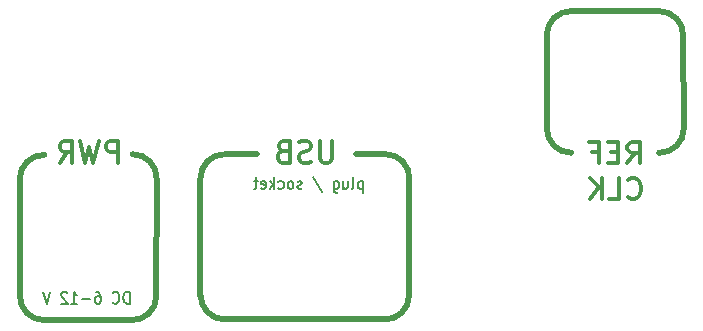
<source format=gbo>
G04 #@! TF.FileFunction,Legend,Bot*
%FSLAX46Y46*%
G04 Gerber Fmt 4.6, Leading zero omitted, Abs format (unit mm)*
G04 Created by KiCad (PCBNEW (2016-09-17 revision 679eef1)-makepkg) date 09/24/16 16:37:27*
%MOMM*%
%LPD*%
G01*
G04 APERTURE LIST*
%ADD10C,0.150000*%
%ADD11C,0.500000*%
%ADD12C,0.300000*%
%ADD13C,0.800000*%
%ADD14C,3.000000*%
%ADD15C,0.700000*%
%ADD16C,1.350000*%
%ADD17C,1.000000*%
G04 APERTURE END LIST*
D10*
X42999512Y-20963630D02*
X42999512Y-21963630D01*
X42999512Y-21011249D02*
X42913798Y-20963630D01*
X42742369Y-20963630D01*
X42656655Y-21011249D01*
X42613798Y-21058868D01*
X42570941Y-21154106D01*
X42570941Y-21439820D01*
X42613798Y-21535058D01*
X42656655Y-21582677D01*
X42742369Y-21630296D01*
X42913798Y-21630296D01*
X42999512Y-21582677D01*
X42056655Y-21630296D02*
X42142369Y-21582677D01*
X42185227Y-21487439D01*
X42185227Y-20630296D01*
X41328084Y-20963630D02*
X41328084Y-21630296D01*
X41713798Y-20963630D02*
X41713798Y-21487439D01*
X41670941Y-21582677D01*
X41585227Y-21630296D01*
X41456655Y-21630296D01*
X41370941Y-21582677D01*
X41328084Y-21535058D01*
X40513798Y-20963630D02*
X40513798Y-21773154D01*
X40556655Y-21868392D01*
X40599512Y-21916011D01*
X40685227Y-21963630D01*
X40813798Y-21963630D01*
X40899512Y-21916011D01*
X40513798Y-21582677D02*
X40599512Y-21630296D01*
X40770941Y-21630296D01*
X40856655Y-21582677D01*
X40899512Y-21535058D01*
X40942369Y-21439820D01*
X40942369Y-21154106D01*
X40899512Y-21058868D01*
X40856655Y-21011249D01*
X40770941Y-20963630D01*
X40599512Y-20963630D01*
X40513798Y-21011249D01*
X38756655Y-20582677D02*
X39528084Y-21868392D01*
X37813798Y-21582677D02*
X37728084Y-21630296D01*
X37556655Y-21630296D01*
X37470941Y-21582677D01*
X37428084Y-21487439D01*
X37428084Y-21439820D01*
X37470941Y-21344582D01*
X37556655Y-21296963D01*
X37685227Y-21296963D01*
X37770941Y-21249344D01*
X37813798Y-21154106D01*
X37813798Y-21106487D01*
X37770941Y-21011249D01*
X37685227Y-20963630D01*
X37556655Y-20963630D01*
X37470941Y-21011249D01*
X36913798Y-21630296D02*
X36999512Y-21582677D01*
X37042369Y-21535058D01*
X37085227Y-21439820D01*
X37085227Y-21154106D01*
X37042369Y-21058868D01*
X36999512Y-21011249D01*
X36913798Y-20963630D01*
X36785227Y-20963630D01*
X36699512Y-21011249D01*
X36656655Y-21058868D01*
X36613798Y-21154106D01*
X36613798Y-21439820D01*
X36656655Y-21535058D01*
X36699512Y-21582677D01*
X36785227Y-21630296D01*
X36913798Y-21630296D01*
X35842369Y-21582677D02*
X35928084Y-21630296D01*
X36099512Y-21630296D01*
X36185227Y-21582677D01*
X36228084Y-21535058D01*
X36270941Y-21439820D01*
X36270941Y-21154106D01*
X36228084Y-21058868D01*
X36185227Y-21011249D01*
X36099512Y-20963630D01*
X35928084Y-20963630D01*
X35842369Y-21011249D01*
X35456655Y-21630296D02*
X35456655Y-20630296D01*
X35370941Y-21249344D02*
X35113798Y-21630296D01*
X35113798Y-20963630D02*
X35456655Y-21344582D01*
X34385227Y-21582677D02*
X34470941Y-21630296D01*
X34642369Y-21630296D01*
X34728084Y-21582677D01*
X34770941Y-21487439D01*
X34770941Y-21106487D01*
X34728084Y-21011249D01*
X34642369Y-20963630D01*
X34470941Y-20963630D01*
X34385227Y-21011249D01*
X34342369Y-21106487D01*
X34342369Y-21201725D01*
X34770941Y-21296963D01*
X34085227Y-20963630D02*
X33742369Y-20963630D01*
X33956655Y-20630296D02*
X33956655Y-21487439D01*
X33913798Y-21582677D01*
X33828084Y-21630296D01*
X33742369Y-21630296D01*
X23235227Y-31330296D02*
X23235227Y-30330296D01*
X23020941Y-30330296D01*
X22892369Y-30377916D01*
X22806655Y-30473154D01*
X22763798Y-30568392D01*
X22720941Y-30758868D01*
X22720941Y-30901725D01*
X22763798Y-31092201D01*
X22806655Y-31187439D01*
X22892369Y-31282677D01*
X23020941Y-31330296D01*
X23235227Y-31330296D01*
X21820941Y-31235058D02*
X21863798Y-31282677D01*
X21992369Y-31330296D01*
X22078084Y-31330296D01*
X22206655Y-31282677D01*
X22292369Y-31187439D01*
X22335227Y-31092201D01*
X22378084Y-30901725D01*
X22378084Y-30758868D01*
X22335227Y-30568392D01*
X22292369Y-30473154D01*
X22206655Y-30377916D01*
X22078084Y-30330296D01*
X21992369Y-30330296D01*
X21863798Y-30377916D01*
X21820941Y-30425535D01*
X20363798Y-30330296D02*
X20535227Y-30330296D01*
X20620941Y-30377916D01*
X20663798Y-30425535D01*
X20749512Y-30568392D01*
X20792369Y-30758868D01*
X20792369Y-31139820D01*
X20749512Y-31235058D01*
X20706655Y-31282677D01*
X20620941Y-31330296D01*
X20449512Y-31330296D01*
X20363798Y-31282677D01*
X20320941Y-31235058D01*
X20278084Y-31139820D01*
X20278084Y-30901725D01*
X20320941Y-30806487D01*
X20363798Y-30758868D01*
X20449512Y-30711249D01*
X20620941Y-30711249D01*
X20706655Y-30758868D01*
X20749512Y-30806487D01*
X20792369Y-30901725D01*
X19892369Y-30949344D02*
X19206655Y-30949344D01*
X18306655Y-31330296D02*
X18820941Y-31330296D01*
X18563798Y-31330296D02*
X18563798Y-30330296D01*
X18649512Y-30473154D01*
X18735227Y-30568392D01*
X18820941Y-30616011D01*
X17963798Y-30425535D02*
X17920941Y-30377916D01*
X17835227Y-30330296D01*
X17620941Y-30330296D01*
X17535227Y-30377916D01*
X17492369Y-30425535D01*
X17449512Y-30520773D01*
X17449512Y-30616011D01*
X17492369Y-30758868D01*
X18006655Y-31330296D01*
X17449512Y-31330296D01*
X16506655Y-30330296D02*
X16206655Y-31330296D01*
X15906655Y-30330296D01*
D11*
X34035227Y-18677916D02*
X31335227Y-18677916D01*
X44835227Y-18677916D02*
X42435227Y-18677916D01*
X46905837Y-30627916D02*
G75*
G02X44805227Y-32677916I-2050610J0D01*
G01*
X31295328Y-32677916D02*
G75*
G02X29245227Y-30577306I-101J2050610D01*
G01*
X31335227Y-32677916D02*
X44835227Y-32677916D01*
X29235227Y-30677916D02*
X29235227Y-20777916D01*
X29235227Y-20777916D02*
G75*
G02X31335373Y-18684296I2050146J43620D01*
G01*
X44885227Y-18677306D02*
G75*
G02X46935227Y-20777916I0J-2050610D01*
G01*
X46905227Y-30647916D02*
X46935227Y-20777916D01*
X13935227Y-30677916D02*
X13935227Y-20777916D01*
X13935227Y-20787916D02*
G75*
G02X16035837Y-18737916I2050610J0D01*
G01*
X15995328Y-32737916D02*
G75*
G02X13945227Y-30637306I-101J2050610D01*
G01*
X16000000Y-32738000D02*
X23415227Y-32738000D01*
X25505837Y-30687916D02*
G75*
G02X23405227Y-32737916I-2050610J0D01*
G01*
X25505227Y-30647916D02*
X25535227Y-20777916D01*
X23485227Y-18677306D02*
G75*
G02X25535227Y-20777916I0J-2050610D01*
G01*
D12*
X22235227Y-19392201D02*
X22235227Y-17592201D01*
X21549512Y-17592201D01*
X21378084Y-17677916D01*
X21292369Y-17763630D01*
X21206655Y-17935058D01*
X21206655Y-18192201D01*
X21292369Y-18363630D01*
X21378084Y-18449344D01*
X21549512Y-18535058D01*
X22235227Y-18535058D01*
X20606655Y-17592201D02*
X20178084Y-19392201D01*
X19835227Y-18106487D01*
X19492369Y-19392201D01*
X19063798Y-17592201D01*
X17349512Y-19392201D02*
X17949512Y-18535058D01*
X18378084Y-19392201D02*
X18378084Y-17592201D01*
X17692369Y-17592201D01*
X17520941Y-17677916D01*
X17435227Y-17763630D01*
X17349512Y-17935058D01*
X17349512Y-18192201D01*
X17435227Y-18363630D01*
X17520941Y-18449344D01*
X17692369Y-18535058D01*
X18378084Y-18535058D01*
X40406655Y-17592201D02*
X40406655Y-19049344D01*
X40320941Y-19220773D01*
X40235227Y-19306487D01*
X40063798Y-19392201D01*
X39720941Y-19392201D01*
X39549512Y-19306487D01*
X39463798Y-19220773D01*
X39378084Y-19049344D01*
X39378084Y-17592201D01*
X38606655Y-19306487D02*
X38349512Y-19392201D01*
X37920941Y-19392201D01*
X37749512Y-19306487D01*
X37663798Y-19220773D01*
X37578084Y-19049344D01*
X37578084Y-18877916D01*
X37663798Y-18706487D01*
X37749512Y-18620773D01*
X37920941Y-18535058D01*
X38263798Y-18449344D01*
X38435227Y-18363630D01*
X38520941Y-18277916D01*
X38606655Y-18106487D01*
X38606655Y-17935058D01*
X38520941Y-17763630D01*
X38435227Y-17677916D01*
X38263798Y-17592201D01*
X37835227Y-17592201D01*
X37578084Y-17677916D01*
X36206655Y-18449344D02*
X35949512Y-18535058D01*
X35863798Y-18620773D01*
X35778084Y-18792201D01*
X35778084Y-19049344D01*
X35863798Y-19220773D01*
X35949512Y-19306487D01*
X36120941Y-19392201D01*
X36806655Y-19392201D01*
X36806655Y-17592201D01*
X36206655Y-17592201D01*
X36035227Y-17677916D01*
X35949512Y-17763630D01*
X35863798Y-17935058D01*
X35863798Y-18106487D01*
X35949512Y-18277916D01*
X36035227Y-18363630D01*
X36206655Y-18449344D01*
X36806655Y-18449344D01*
D11*
X58554617Y-8617916D02*
G75*
G02X60655227Y-6567916I2050610J0D01*
G01*
X58555227Y-8657916D02*
X58555227Y-16457306D01*
X60615227Y-18568526D02*
G75*
G02X58565227Y-16467916I0J2050610D01*
G01*
D12*
X65393798Y-19472201D02*
X65993798Y-18615058D01*
X66422369Y-19472201D02*
X66422369Y-17672201D01*
X65736655Y-17672201D01*
X65565227Y-17757916D01*
X65479512Y-17843630D01*
X65393798Y-18015058D01*
X65393798Y-18272201D01*
X65479512Y-18443630D01*
X65565227Y-18529344D01*
X65736655Y-18615058D01*
X66422369Y-18615058D01*
X64622369Y-18529344D02*
X64022369Y-18529344D01*
X63765227Y-19472201D02*
X64622369Y-19472201D01*
X64622369Y-17672201D01*
X63765227Y-17672201D01*
X62393798Y-18529344D02*
X62993798Y-18529344D01*
X62993798Y-19472201D02*
X62993798Y-17672201D01*
X62136655Y-17672201D01*
X65436655Y-22300773D02*
X65522369Y-22386487D01*
X65779512Y-22472201D01*
X65950941Y-22472201D01*
X66208084Y-22386487D01*
X66379512Y-22215058D01*
X66465227Y-22043630D01*
X66550941Y-21700773D01*
X66550941Y-21443630D01*
X66465227Y-21100773D01*
X66379512Y-20929344D01*
X66208084Y-20757916D01*
X65950941Y-20672201D01*
X65779512Y-20672201D01*
X65522369Y-20757916D01*
X65436655Y-20843630D01*
X63808084Y-22472201D02*
X64665227Y-22472201D01*
X64665227Y-20672201D01*
X63208084Y-22472201D02*
X63208084Y-20672201D01*
X62179512Y-22472201D02*
X62950941Y-21443630D01*
X62179512Y-20672201D02*
X63208084Y-21700773D01*
D11*
X68165227Y-6567916D02*
X60645227Y-6567916D01*
X68065227Y-6567916D02*
G75*
G02X70115227Y-8668526I0J-2050610D01*
G01*
X70165227Y-16467916D02*
X70115227Y-8668526D01*
X70165227Y-16517916D02*
G75*
G02X68064617Y-18567916I-2050610J0D01*
G01*
%LPC*%
D13*
X73750000Y-3980000D02*
G75*
G03X73750000Y-3980000I-1800000J0D01*
G01*
X73730000Y-31060000D02*
G75*
G03X73730000Y-31060000I-1800000J0D01*
G01*
X5740000Y-31030000D02*
G75*
G03X5740000Y-31030000I-1800000J0D01*
G01*
X5750000Y-3990000D02*
G75*
G03X5750000Y-3990000I-1800000J0D01*
G01*
D14*
X67020227Y-12373718D02*
G75*
G03X67020227Y-12373718I-2660000J0D01*
G01*
D15*
X67290227Y-10533718D02*
X67290227Y-14223718D01*
D16*
X68190227Y-12373718D02*
G75*
G03X68190227Y-12373718I-3830000J0D01*
G01*
D17*
X18246500Y-4600000D03*
X21292000Y-4600000D03*
X12155500Y-4600000D03*
X27383000Y-4600000D03*
X15201000Y-4600000D03*
X24337500Y-4600000D03*
X48701500Y-4600000D03*
X33474000Y-4600000D03*
X36519500Y-4600000D03*
X42610500Y-4600000D03*
X45656000Y-4600000D03*
X39565000Y-4600000D03*
X30428500Y-4600000D03*
X63929000Y-4600000D03*
X54792500Y-4600000D03*
X57838000Y-4600000D03*
X60883500Y-4600000D03*
X51747000Y-4600000D03*
X65454500Y-3540000D03*
X62409000Y-3540000D03*
X59363500Y-3540000D03*
X56318000Y-3540000D03*
X53272500Y-3540000D03*
X50227000Y-3540000D03*
X47181500Y-3540000D03*
X44136000Y-3540000D03*
X41090500Y-3540000D03*
X38045000Y-3540000D03*
X34999500Y-3540000D03*
X31954000Y-3540000D03*
X28908500Y-3540000D03*
X25863000Y-3540000D03*
X22817500Y-3540000D03*
X19772000Y-3540000D03*
X16726500Y-3540000D03*
X13681000Y-3540000D03*
X10635500Y-3540000D03*
M02*

</source>
